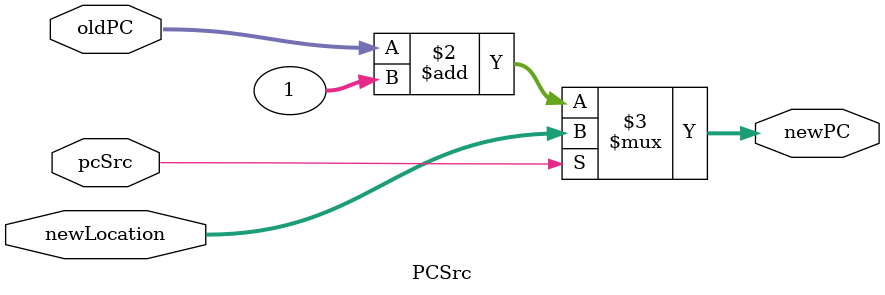
<source format=v>
module PCSrc(oldPC, newLocation, pcSrc, newPC);

input [31:0] oldPC;
input [31:0] newLocation; 
input pcSrc;
output [31:0] newPC;

assign newPC = (pcSrc==0)? (oldPC+1) : (newLocation);

endmodule
</source>
